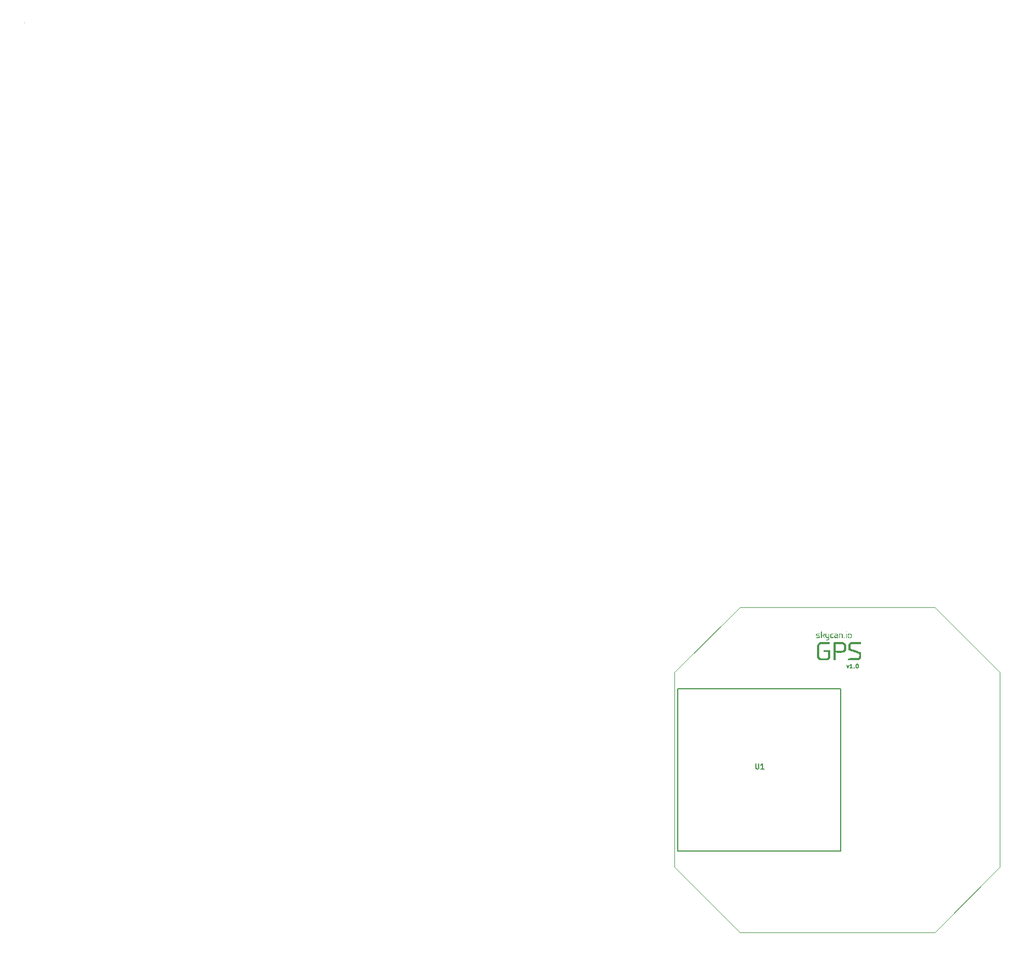
<source format=gto>
G04 (created by PCBNEW (2013-09-06 BZR 4312)-stable) date K 23 okt   2013 21:47:56 EEST*
%MOIN*%
G04 Gerber Fmt 3.4, Leading zero omitted, Abs format*
%FSLAX34Y34*%
G01*
G70*
G90*
G04 APERTURE LIST*
%ADD10C,0.000787*%
%ADD11C,0.001000*%
%ADD12C,0.005000*%
%ADD13C,0.005906*%
%ADD14C,0.000100*%
%ADD15C,0.000000*%
%ADD16C,0.006000*%
G04 APERTURE END LIST*
G54D10*
G54D11*
X43307Y-55118D02*
X39370Y-51181D01*
X55118Y-55118D02*
X43307Y-55118D01*
G54D12*
X49792Y-38946D02*
X49852Y-39113D01*
X49911Y-38946D01*
X50138Y-39113D02*
X49995Y-39113D01*
X50066Y-39113D02*
X50066Y-38863D01*
X50042Y-38898D01*
X50019Y-38922D01*
X49995Y-38934D01*
X50245Y-39089D02*
X50257Y-39101D01*
X50245Y-39113D01*
X50233Y-39101D01*
X50245Y-39089D01*
X50245Y-39113D01*
X50411Y-38863D02*
X50435Y-38863D01*
X50459Y-38875D01*
X50471Y-38886D01*
X50483Y-38910D01*
X50495Y-38958D01*
X50495Y-39017D01*
X50483Y-39065D01*
X50471Y-39089D01*
X50459Y-39101D01*
X50435Y-39113D01*
X50411Y-39113D01*
X50388Y-39101D01*
X50376Y-39089D01*
X50364Y-39065D01*
X50352Y-39017D01*
X50352Y-38958D01*
X50364Y-38910D01*
X50376Y-38886D01*
X50388Y-38875D01*
X50411Y-38863D01*
G54D11*
X59055Y-51181D02*
X55118Y-55118D01*
X59055Y-39370D02*
X59055Y-51181D01*
X55118Y-35433D02*
X59055Y-39370D01*
X43307Y-35433D02*
X55118Y-35433D01*
X39370Y-39370D02*
X43307Y-35433D01*
X39370Y-51181D02*
X39370Y-39370D01*
G54D13*
X39566Y-40354D02*
X49409Y-40354D01*
X49409Y-40354D02*
X49409Y-50196D01*
X49409Y-50196D02*
X39566Y-50196D01*
X39566Y-50196D02*
X39566Y-40354D01*
G54D14*
G36*
X48792Y-38486D02*
X48772Y-38526D01*
X48742Y-38570D01*
X48701Y-38606D01*
X48653Y-38632D01*
X48648Y-38633D01*
X48635Y-38638D01*
X48621Y-38641D01*
X48605Y-38644D01*
X48586Y-38646D01*
X48560Y-38648D01*
X48526Y-38649D01*
X48483Y-38649D01*
X48428Y-38650D01*
X48426Y-38650D01*
X48375Y-38650D01*
X48327Y-38650D01*
X48284Y-38650D01*
X48249Y-38649D01*
X48222Y-38647D01*
X48209Y-38646D01*
X48153Y-38631D01*
X48103Y-38603D01*
X48061Y-38565D01*
X48027Y-38517D01*
X48019Y-38502D01*
X47998Y-38458D01*
X47998Y-38094D01*
X47998Y-37732D01*
X48013Y-37692D01*
X48040Y-37644D01*
X48077Y-37603D01*
X48123Y-37569D01*
X48137Y-37562D01*
X48182Y-37540D01*
X48465Y-37538D01*
X48748Y-37536D01*
X48746Y-37596D01*
X48744Y-37656D01*
X48481Y-37660D01*
X48412Y-37660D01*
X48356Y-37661D01*
X48311Y-37663D01*
X48276Y-37664D01*
X48249Y-37665D01*
X48229Y-37667D01*
X48214Y-37669D01*
X48204Y-37671D01*
X48197Y-37674D01*
X48196Y-37674D01*
X48165Y-37698D01*
X48144Y-37727D01*
X48138Y-37742D01*
X48137Y-37754D01*
X48135Y-37779D01*
X48134Y-37815D01*
X48133Y-37862D01*
X48132Y-37918D01*
X48132Y-37981D01*
X48131Y-38052D01*
X48131Y-38098D01*
X48132Y-38174D01*
X48132Y-38238D01*
X48132Y-38291D01*
X48132Y-38334D01*
X48133Y-38368D01*
X48134Y-38394D01*
X48135Y-38415D01*
X48137Y-38430D01*
X48139Y-38441D01*
X48141Y-38450D01*
X48144Y-38457D01*
X48144Y-38458D01*
X48158Y-38480D01*
X48176Y-38499D01*
X48180Y-38503D01*
X48188Y-38508D01*
X48195Y-38512D01*
X48205Y-38514D01*
X48218Y-38517D01*
X48236Y-38518D01*
X48262Y-38519D01*
X48297Y-38520D01*
X48343Y-38521D01*
X48381Y-38521D01*
X48442Y-38522D01*
X48490Y-38522D01*
X48528Y-38521D01*
X48557Y-38519D01*
X48580Y-38516D01*
X48597Y-38511D01*
X48612Y-38505D01*
X48624Y-38497D01*
X48631Y-38491D01*
X48644Y-38479D01*
X48654Y-38468D01*
X48661Y-38455D01*
X48667Y-38438D01*
X48670Y-38415D01*
X48671Y-38385D01*
X48672Y-38345D01*
X48672Y-38293D01*
X48672Y-38290D01*
X48672Y-38146D01*
X48537Y-38146D01*
X48484Y-38146D01*
X48445Y-38145D01*
X48417Y-38143D01*
X48400Y-38140D01*
X48393Y-38138D01*
X48388Y-38126D01*
X48386Y-38104D01*
X48385Y-38076D01*
X48385Y-38022D01*
X48589Y-38024D01*
X48792Y-38026D01*
X48792Y-38256D01*
X48792Y-38486D01*
X48792Y-38486D01*
X48792Y-38486D01*
G37*
G36*
X49768Y-37859D02*
X49766Y-37907D01*
X49762Y-37953D01*
X49756Y-37993D01*
X49748Y-38024D01*
X49748Y-38025D01*
X49726Y-38067D01*
X49693Y-38107D01*
X49654Y-38141D01*
X49624Y-38159D01*
X49624Y-37792D01*
X49623Y-37768D01*
X49622Y-37752D01*
X49620Y-37740D01*
X49615Y-37731D01*
X49610Y-37722D01*
X49609Y-37721D01*
X49593Y-37703D01*
X49571Y-37687D01*
X49563Y-37682D01*
X49554Y-37677D01*
X49544Y-37674D01*
X49533Y-37671D01*
X49519Y-37669D01*
X49499Y-37668D01*
X49472Y-37667D01*
X49437Y-37667D01*
X49391Y-37666D01*
X49335Y-37666D01*
X49273Y-37667D01*
X49221Y-37667D01*
X49179Y-37668D01*
X49148Y-37670D01*
X49129Y-37672D01*
X49124Y-37673D01*
X49120Y-37676D01*
X49117Y-37681D01*
X49115Y-37689D01*
X49113Y-37702D01*
X49112Y-37722D01*
X49111Y-37750D01*
X49111Y-37788D01*
X49111Y-37838D01*
X49111Y-37858D01*
X49111Y-37906D01*
X49111Y-37950D01*
X49112Y-37988D01*
X49113Y-38018D01*
X49114Y-38038D01*
X49115Y-38046D01*
X49117Y-38049D01*
X49123Y-38051D01*
X49134Y-38053D01*
X49150Y-38055D01*
X49174Y-38056D01*
X49207Y-38056D01*
X49250Y-38057D01*
X49305Y-38057D01*
X49331Y-38057D01*
X49392Y-38057D01*
X49442Y-38056D01*
X49480Y-38056D01*
X49509Y-38055D01*
X49531Y-38053D01*
X49547Y-38051D01*
X49558Y-38049D01*
X49567Y-38046D01*
X49567Y-38046D01*
X49587Y-38032D01*
X49605Y-38014D01*
X49606Y-38013D01*
X49611Y-38005D01*
X49615Y-37995D01*
X49618Y-37982D01*
X49620Y-37965D01*
X49622Y-37939D01*
X49623Y-37904D01*
X49623Y-37868D01*
X49624Y-37824D01*
X49624Y-37792D01*
X49624Y-38159D01*
X49616Y-38164D01*
X49573Y-38183D01*
X49392Y-38186D01*
X49329Y-38186D01*
X49278Y-38187D01*
X49237Y-38186D01*
X49206Y-38185D01*
X49182Y-38183D01*
X49164Y-38179D01*
X49150Y-38174D01*
X49140Y-38168D01*
X49131Y-38160D01*
X49130Y-38160D01*
X49111Y-38140D01*
X49111Y-38385D01*
X49111Y-38454D01*
X49110Y-38511D01*
X49110Y-38557D01*
X49108Y-38591D01*
X49107Y-38615D01*
X49105Y-38630D01*
X49103Y-38637D01*
X49103Y-38638D01*
X49091Y-38642D01*
X49067Y-38645D01*
X49034Y-38646D01*
X49034Y-38646D01*
X48974Y-38646D01*
X48974Y-38125D01*
X48974Y-38027D01*
X48974Y-37942D01*
X48974Y-37870D01*
X48974Y-37808D01*
X48975Y-37756D01*
X48975Y-37713D01*
X48976Y-37678D01*
X48977Y-37650D01*
X48978Y-37629D01*
X48979Y-37613D01*
X48980Y-37601D01*
X48982Y-37593D01*
X48984Y-37587D01*
X48985Y-37584D01*
X48992Y-37574D01*
X48998Y-37566D01*
X49006Y-37559D01*
X49017Y-37554D01*
X49031Y-37550D01*
X49052Y-37547D01*
X49079Y-37545D01*
X49114Y-37544D01*
X49158Y-37544D01*
X49213Y-37544D01*
X49280Y-37544D01*
X49309Y-37544D01*
X49580Y-37547D01*
X49618Y-37564D01*
X49667Y-37595D01*
X49707Y-37635D01*
X49737Y-37684D01*
X49757Y-37741D01*
X49763Y-37771D01*
X49767Y-37812D01*
X49768Y-37859D01*
X49768Y-37859D01*
X49768Y-37859D01*
G37*
G36*
X50672Y-38278D02*
X50672Y-38315D01*
X50671Y-38347D01*
X50670Y-38392D01*
X50669Y-38427D01*
X50667Y-38452D01*
X50665Y-38471D01*
X50661Y-38485D01*
X50656Y-38499D01*
X50654Y-38503D01*
X50633Y-38539D01*
X50604Y-38573D01*
X50572Y-38601D01*
X50549Y-38615D01*
X50534Y-38622D01*
X50518Y-38628D01*
X50500Y-38633D01*
X50478Y-38637D01*
X50452Y-38640D01*
X50420Y-38642D01*
X50380Y-38644D01*
X50331Y-38645D01*
X50272Y-38646D01*
X50202Y-38646D01*
X50154Y-38646D01*
X49871Y-38646D01*
X49871Y-38589D01*
X49872Y-38557D01*
X49875Y-38535D01*
X49879Y-38524D01*
X49885Y-38522D01*
X49899Y-38520D01*
X49921Y-38519D01*
X49952Y-38518D01*
X49994Y-38517D01*
X50047Y-38516D01*
X50112Y-38516D01*
X50176Y-38516D01*
X50247Y-38516D01*
X50305Y-38516D01*
X50352Y-38515D01*
X50389Y-38515D01*
X50417Y-38514D01*
X50439Y-38513D01*
X50455Y-38512D01*
X50466Y-38510D01*
X50474Y-38508D01*
X50480Y-38505D01*
X50486Y-38501D01*
X50488Y-38500D01*
X50507Y-38486D01*
X50521Y-38471D01*
X50530Y-38455D01*
X50536Y-38432D01*
X50539Y-38402D01*
X50541Y-38361D01*
X50541Y-38358D01*
X50542Y-38318D01*
X50540Y-38286D01*
X50538Y-38265D01*
X50536Y-38257D01*
X50531Y-38252D01*
X50520Y-38246D01*
X50500Y-38238D01*
X50473Y-38227D01*
X50436Y-38214D01*
X50389Y-38197D01*
X50331Y-38177D01*
X50262Y-38154D01*
X50238Y-38146D01*
X50177Y-38125D01*
X50119Y-38106D01*
X50066Y-38087D01*
X50019Y-38071D01*
X49980Y-38057D01*
X49951Y-38045D01*
X49931Y-38037D01*
X49925Y-38034D01*
X49908Y-38022D01*
X49896Y-38009D01*
X49887Y-37994D01*
X49881Y-37974D01*
X49877Y-37947D01*
X49875Y-37912D01*
X49875Y-37866D01*
X49875Y-37845D01*
X49875Y-37798D01*
X49875Y-37762D01*
X49877Y-37736D01*
X49879Y-37716D01*
X49882Y-37700D01*
X49887Y-37685D01*
X49888Y-37684D01*
X49910Y-37643D01*
X49943Y-37607D01*
X49983Y-37577D01*
X50003Y-37566D01*
X50046Y-37547D01*
X50345Y-37545D01*
X50645Y-37543D01*
X50645Y-37594D01*
X50644Y-37620D01*
X50643Y-37642D01*
X50641Y-37655D01*
X50641Y-37656D01*
X50639Y-37658D01*
X50633Y-37661D01*
X50624Y-37662D01*
X50609Y-37664D01*
X50587Y-37665D01*
X50557Y-37666D01*
X50517Y-37666D01*
X50468Y-37666D01*
X50406Y-37666D01*
X50372Y-37666D01*
X50308Y-37667D01*
X50249Y-37667D01*
X50196Y-37668D01*
X50152Y-37669D01*
X50117Y-37670D01*
X50094Y-37672D01*
X50083Y-37673D01*
X50063Y-37682D01*
X50042Y-37698D01*
X50035Y-37704D01*
X50012Y-37729D01*
X50009Y-37827D01*
X50009Y-37867D01*
X50009Y-37895D01*
X50010Y-37914D01*
X50013Y-37927D01*
X50017Y-37934D01*
X50018Y-37935D01*
X50026Y-37940D01*
X50047Y-37948D01*
X50077Y-37959D01*
X50116Y-37973D01*
X50163Y-37990D01*
X50216Y-38008D01*
X50274Y-38028D01*
X50319Y-38043D01*
X50380Y-38063D01*
X50438Y-38083D01*
X50490Y-38101D01*
X50536Y-38118D01*
X50574Y-38132D01*
X50603Y-38143D01*
X50622Y-38151D01*
X50628Y-38154D01*
X50642Y-38169D01*
X50656Y-38189D01*
X50659Y-38195D01*
X50664Y-38206D01*
X50668Y-38218D01*
X50670Y-38232D01*
X50672Y-38251D01*
X50672Y-38278D01*
X50672Y-38278D01*
X50672Y-38278D01*
G37*
G36*
X48733Y-37277D02*
X48732Y-37313D01*
X48731Y-37341D01*
X48728Y-37361D01*
X48723Y-37376D01*
X48716Y-37389D01*
X48708Y-37399D01*
X48703Y-37404D01*
X48681Y-37427D01*
X48598Y-37427D01*
X48515Y-37427D01*
X48515Y-37407D01*
X48515Y-37387D01*
X48590Y-37385D01*
X48628Y-37382D01*
X48655Y-37379D01*
X48671Y-37375D01*
X48673Y-37374D01*
X48678Y-37363D01*
X48683Y-37343D01*
X48685Y-37323D01*
X48686Y-37300D01*
X48686Y-37288D01*
X48682Y-37285D01*
X48675Y-37286D01*
X48672Y-37287D01*
X48651Y-37291D01*
X48623Y-37293D01*
X48594Y-37292D01*
X48567Y-37289D01*
X48548Y-37284D01*
X48547Y-37283D01*
X48532Y-37274D01*
X48521Y-37264D01*
X48513Y-37249D01*
X48508Y-37229D01*
X48505Y-37201D01*
X48503Y-37163D01*
X48502Y-37131D01*
X48500Y-37023D01*
X48525Y-37023D01*
X48549Y-37023D01*
X48549Y-37120D01*
X48549Y-37165D01*
X48551Y-37198D01*
X48555Y-37221D01*
X48561Y-37236D01*
X48572Y-37244D01*
X48588Y-37248D01*
X48610Y-37248D01*
X48618Y-37249D01*
X48641Y-37248D01*
X48659Y-37245D01*
X48671Y-37239D01*
X48679Y-37226D01*
X48684Y-37206D01*
X48686Y-37176D01*
X48686Y-37135D01*
X48686Y-37120D01*
X48686Y-37022D01*
X48708Y-37024D01*
X48731Y-37026D01*
X48733Y-37173D01*
X48733Y-37231D01*
X48733Y-37277D01*
X48733Y-37277D01*
X48733Y-37277D01*
G37*
G36*
X48166Y-37203D02*
X48164Y-37234D01*
X48157Y-37257D01*
X48143Y-37274D01*
X48122Y-37285D01*
X48092Y-37292D01*
X48050Y-37296D01*
X48009Y-37297D01*
X47932Y-37297D01*
X47934Y-37274D01*
X47936Y-37252D01*
X48024Y-37249D01*
X48063Y-37247D01*
X48091Y-37244D01*
X48109Y-37240D01*
X48119Y-37233D01*
X48123Y-37223D01*
X48123Y-37210D01*
X48123Y-37208D01*
X48121Y-37201D01*
X48116Y-37195D01*
X48106Y-37190D01*
X48089Y-37184D01*
X48062Y-37176D01*
X48035Y-37170D01*
X48002Y-37161D01*
X47973Y-37153D01*
X47952Y-37147D01*
X47941Y-37143D01*
X47941Y-37143D01*
X47936Y-37134D01*
X47933Y-37115D01*
X47933Y-37100D01*
X47934Y-37077D01*
X47938Y-37061D01*
X47948Y-37049D01*
X47954Y-37042D01*
X47975Y-37023D01*
X48068Y-37023D01*
X48160Y-37023D01*
X48158Y-37041D01*
X48155Y-37060D01*
X48077Y-37062D01*
X48043Y-37064D01*
X48015Y-37066D01*
X47996Y-37069D01*
X47989Y-37072D01*
X47983Y-37084D01*
X47982Y-37097D01*
X47984Y-37105D01*
X47989Y-37112D01*
X48001Y-37117D01*
X48020Y-37123D01*
X48049Y-37130D01*
X48081Y-37138D01*
X48110Y-37145D01*
X48133Y-37151D01*
X48140Y-37153D01*
X48166Y-37160D01*
X48166Y-37203D01*
X48166Y-37203D01*
X48166Y-37203D01*
G37*
G36*
X48460Y-37293D02*
X48454Y-37295D01*
X48439Y-37297D01*
X48436Y-37297D01*
X48425Y-37296D01*
X48416Y-37293D01*
X48408Y-37284D01*
X48399Y-37269D01*
X48386Y-37244D01*
X48383Y-37238D01*
X48354Y-37180D01*
X48318Y-37180D01*
X48283Y-37180D01*
X48281Y-37237D01*
X48279Y-37293D01*
X48256Y-37295D01*
X48234Y-37297D01*
X48234Y-37091D01*
X48234Y-36885D01*
X48256Y-36887D01*
X48279Y-36889D01*
X48280Y-37015D01*
X48282Y-37141D01*
X48330Y-37138D01*
X48355Y-37135D01*
X48375Y-37131D01*
X48386Y-37127D01*
X48386Y-37127D01*
X48391Y-37116D01*
X48395Y-37096D01*
X48397Y-37071D01*
X48397Y-37070D01*
X48400Y-37023D01*
X48423Y-37023D01*
X48446Y-37023D01*
X48446Y-37059D01*
X48443Y-37104D01*
X48431Y-37139D01*
X48418Y-37157D01*
X48402Y-37174D01*
X48431Y-37232D01*
X48444Y-37257D01*
X48453Y-37278D01*
X48459Y-37291D01*
X48460Y-37293D01*
X48460Y-37293D01*
X48460Y-37293D01*
G37*
G36*
X48974Y-37297D02*
X48921Y-37296D01*
X48894Y-37295D01*
X48872Y-37294D01*
X48858Y-37292D01*
X48857Y-37292D01*
X48834Y-37283D01*
X48818Y-37271D01*
X48807Y-37255D01*
X48800Y-37233D01*
X48797Y-37201D01*
X48796Y-37157D01*
X48796Y-37156D01*
X48797Y-37110D01*
X48802Y-37076D01*
X48812Y-37051D01*
X48829Y-37036D01*
X48854Y-37027D01*
X48889Y-37023D01*
X48915Y-37023D01*
X48974Y-37023D01*
X48974Y-37043D01*
X48974Y-37064D01*
X48926Y-37064D01*
X48899Y-37065D01*
X48876Y-37067D01*
X48861Y-37070D01*
X48854Y-37074D01*
X48849Y-37079D01*
X48846Y-37087D01*
X48844Y-37103D01*
X48844Y-37127D01*
X48844Y-37155D01*
X48844Y-37196D01*
X48847Y-37224D01*
X48851Y-37239D01*
X48852Y-37240D01*
X48864Y-37245D01*
X48886Y-37248D01*
X48917Y-37249D01*
X48974Y-37249D01*
X48974Y-37273D01*
X48974Y-37297D01*
X48974Y-37297D01*
X48974Y-37297D01*
G37*
G36*
X49255Y-37182D02*
X49254Y-37228D01*
X49253Y-37260D01*
X49250Y-37280D01*
X49246Y-37288D01*
X49237Y-37291D01*
X49217Y-37294D01*
X49207Y-37294D01*
X49207Y-37249D01*
X49207Y-37206D01*
X49207Y-37163D01*
X49150Y-37165D01*
X49123Y-37167D01*
X49100Y-37170D01*
X49087Y-37174D01*
X49085Y-37175D01*
X49078Y-37188D01*
X49076Y-37207D01*
X49079Y-37226D01*
X49086Y-37240D01*
X49089Y-37241D01*
X49101Y-37245D01*
X49123Y-37247D01*
X49149Y-37248D01*
X49154Y-37248D01*
X49207Y-37249D01*
X49207Y-37294D01*
X49190Y-37295D01*
X49160Y-37296D01*
X49130Y-37296D01*
X49104Y-37294D01*
X49086Y-37292D01*
X49064Y-37281D01*
X49046Y-37260D01*
X49033Y-37233D01*
X49030Y-37216D01*
X49031Y-37181D01*
X49041Y-37155D01*
X49061Y-37136D01*
X49092Y-37124D01*
X49134Y-37119D01*
X49152Y-37118D01*
X49179Y-37118D01*
X49195Y-37117D01*
X49203Y-37114D01*
X49206Y-37109D01*
X49207Y-37102D01*
X49203Y-37085D01*
X49191Y-37074D01*
X49169Y-37067D01*
X49135Y-37064D01*
X49116Y-37064D01*
X49056Y-37064D01*
X49056Y-37043D01*
X49056Y-37023D01*
X49128Y-37023D01*
X49168Y-37023D01*
X49199Y-37027D01*
X49222Y-37036D01*
X49237Y-37050D01*
X49247Y-37072D01*
X49252Y-37104D01*
X49254Y-37146D01*
X49255Y-37182D01*
X49255Y-37182D01*
X49255Y-37182D01*
G37*
G36*
X49549Y-37297D02*
X49527Y-37295D01*
X49505Y-37293D01*
X49503Y-37185D01*
X49502Y-37142D01*
X49500Y-37110D01*
X49497Y-37088D01*
X49490Y-37074D01*
X49479Y-37067D01*
X49462Y-37064D01*
X49438Y-37064D01*
X49421Y-37065D01*
X49368Y-37067D01*
X49366Y-37182D01*
X49364Y-37297D01*
X49340Y-37297D01*
X49316Y-37297D01*
X49316Y-37175D01*
X49316Y-37125D01*
X49317Y-37088D01*
X49320Y-37061D01*
X49325Y-37043D01*
X49334Y-37031D01*
X49348Y-37025D01*
X49369Y-37023D01*
X49396Y-37022D01*
X49413Y-37023D01*
X49456Y-37023D01*
X49488Y-37026D01*
X49512Y-37034D01*
X49529Y-37047D01*
X49540Y-37067D01*
X49546Y-37096D01*
X49549Y-37136D01*
X49549Y-37187D01*
X49549Y-37297D01*
X49549Y-37297D01*
X49549Y-37297D01*
G37*
G36*
X49672Y-37288D02*
X49668Y-37295D01*
X49655Y-37297D01*
X49650Y-37297D01*
X49633Y-37295D01*
X49623Y-37292D01*
X49622Y-37292D01*
X49619Y-37283D01*
X49618Y-37266D01*
X49618Y-37264D01*
X49618Y-37249D01*
X49624Y-37243D01*
X49637Y-37243D01*
X49643Y-37243D01*
X49660Y-37246D01*
X49668Y-37252D01*
X49671Y-37267D01*
X49671Y-37271D01*
X49672Y-37288D01*
X49672Y-37288D01*
X49672Y-37288D01*
G37*
G36*
X49789Y-37297D02*
X49765Y-37297D01*
X49741Y-37297D01*
X49741Y-37160D01*
X49741Y-37023D01*
X49765Y-37023D01*
X49789Y-37023D01*
X49789Y-37160D01*
X49789Y-37297D01*
X49789Y-37297D01*
X49789Y-37297D01*
G37*
G36*
X50089Y-37141D02*
X50089Y-37173D01*
X50086Y-37217D01*
X50079Y-37250D01*
X50068Y-37272D01*
X50049Y-37286D01*
X50042Y-37288D01*
X50042Y-37158D01*
X50042Y-37121D01*
X50039Y-37095D01*
X50032Y-37078D01*
X50020Y-37069D01*
X50001Y-37065D01*
X49974Y-37064D01*
X49971Y-37064D01*
X49943Y-37065D01*
X49922Y-37068D01*
X49914Y-37072D01*
X49909Y-37083D01*
X49906Y-37105D01*
X49905Y-37133D01*
X49905Y-37164D01*
X49906Y-37194D01*
X49909Y-37220D01*
X49913Y-37239D01*
X49916Y-37245D01*
X49931Y-37252D01*
X49955Y-37256D01*
X49982Y-37256D01*
X50007Y-37252D01*
X50025Y-37245D01*
X50029Y-37242D01*
X50035Y-37234D01*
X50039Y-37223D01*
X50041Y-37207D01*
X50042Y-37181D01*
X50042Y-37158D01*
X50042Y-37288D01*
X50022Y-37294D01*
X49984Y-37296D01*
X49969Y-37297D01*
X49939Y-37296D01*
X49919Y-37294D01*
X49905Y-37290D01*
X49894Y-37284D01*
X49891Y-37281D01*
X49877Y-37268D01*
X49868Y-37254D01*
X49862Y-37236D01*
X49859Y-37211D01*
X49857Y-37177D01*
X49857Y-37156D01*
X49858Y-37109D01*
X49863Y-37074D01*
X49872Y-37050D01*
X49888Y-37033D01*
X49911Y-37024D01*
X49944Y-37020D01*
X49974Y-37019D01*
X50005Y-37020D01*
X50026Y-37022D01*
X50041Y-37026D01*
X50053Y-37033D01*
X50054Y-37034D01*
X50070Y-37050D01*
X50081Y-37071D01*
X50087Y-37101D01*
X50089Y-37141D01*
X50089Y-37141D01*
X50089Y-37141D01*
G37*
G36*
X49789Y-36923D02*
X49788Y-36939D01*
X49782Y-36946D01*
X49767Y-36947D01*
X49765Y-36947D01*
X49749Y-36946D01*
X49742Y-36940D01*
X49741Y-36925D01*
X49741Y-36923D01*
X49742Y-36907D01*
X49748Y-36901D01*
X49763Y-36899D01*
X49765Y-36899D01*
X49781Y-36900D01*
X49788Y-36906D01*
X49789Y-36921D01*
X49789Y-36923D01*
X49789Y-36923D01*
X49789Y-36923D01*
G37*
G54D15*
X0Y0D02*
X0Y0D01*
X0Y0D01*
X0Y0D01*
X0Y0D01*
X0Y0D01*
X0Y0D01*
X0Y0D01*
X0Y0D01*
X0Y0D01*
X0Y0D01*
X0Y0D01*
X0Y0D01*
X0Y0D01*
X0Y0D01*
X0Y0D01*
X0Y0D01*
X0Y0D01*
X0Y0D01*
X0Y0D01*
X0Y0D02*
X0Y0D01*
X0Y0D02*
X0Y0D01*
X0Y0D02*
X0Y0D01*
X0Y0D01*
X0Y0D01*
X0Y0D01*
X0Y0D01*
X0Y0D01*
X0Y0D01*
X0Y0D01*
X0Y0D01*
X0Y0D02*
X0Y0D01*
X0Y0D01*
X0Y0D01*
X0Y0D01*
X0Y0D01*
X0Y0D01*
X0Y0D01*
X0Y0D01*
X0Y0D01*
X0Y0D01*
X0Y0D01*
X0Y0D01*
X0Y0D01*
X0Y0D01*
X0Y0D01*
X0Y0D01*
X0Y0D01*
X0Y0D01*
X0Y0D02*
X0Y0D01*
X0Y0D01*
X0Y0D01*
X0Y0D01*
X0Y0D01*
X0Y0D01*
X0Y0D01*
X0Y0D01*
X0Y0D01*
X0Y0D01*
X0Y0D01*
X0Y0D01*
X0Y0D01*
X0Y0D01*
X0Y0D01*
X0Y0D01*
X0Y0D02*
X0Y0D01*
X0Y0D02*
X0Y0D01*
X0Y0D01*
X0Y0D02*
X0Y0D01*
X0Y0D01*
X0Y0D01*
X0Y0D01*
X0Y0D01*
X0Y0D01*
X0Y0D01*
X0Y0D01*
X0Y0D01*
X0Y0D01*
G54D16*
X44283Y-44903D02*
X44283Y-45162D01*
X44298Y-45193D01*
X44314Y-45208D01*
X44344Y-45223D01*
X44405Y-45223D01*
X44436Y-45208D01*
X44451Y-45193D01*
X44466Y-45162D01*
X44466Y-44903D01*
X44786Y-45223D02*
X44603Y-45223D01*
X44695Y-45223D02*
X44695Y-44903D01*
X44664Y-44949D01*
X44634Y-44979D01*
X44603Y-44994D01*
M02*

</source>
